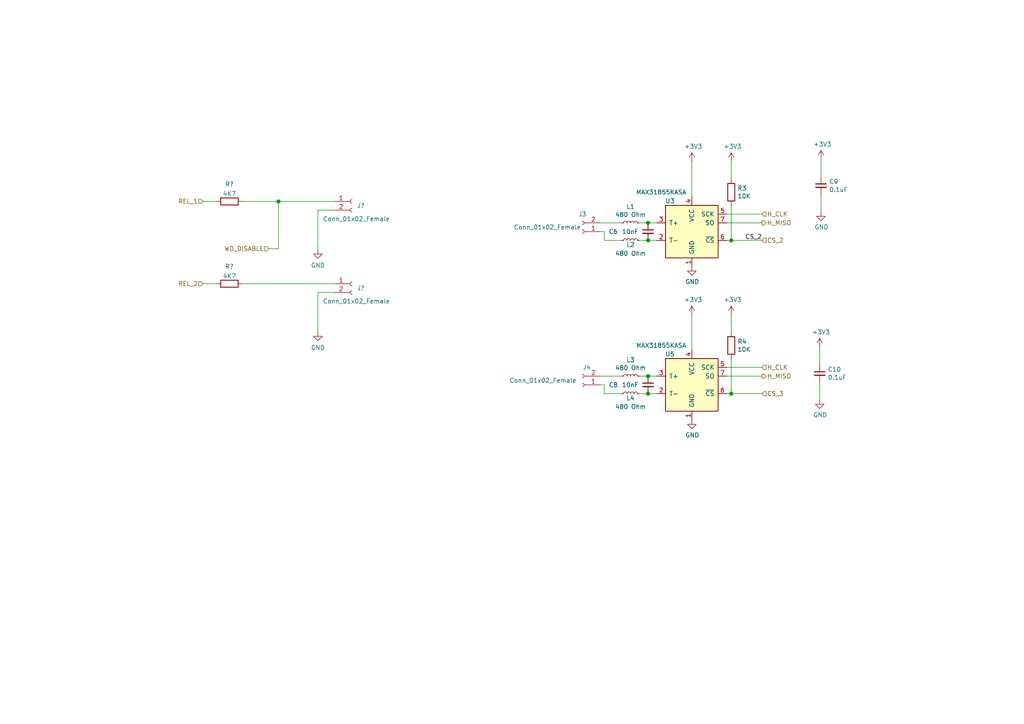
<source format=kicad_sch>
(kicad_sch (version 20210621) (generator eeschema)
  (paper "A4")
  (lib_symbols
    (symbol "Connector:Conn_01x02_Female" (pin_names (offset 1.016) hide)
      (property "Reference" "J" (at 0 2.54 0))
      (property "Value" "Conn_01x02_Female" (at 0 -5.08 0))
      (symbol "Conn_01x02_Female_1_1"
        (arc (start 0 -2.032) (end 0 -3.048) (radius (at 0 -2.54) (length 0.508) (angles 90.1 -90.1)) (stroke (width 0.1524)))
        (arc (start 0 0.508) (end 0 -0.508) (radius (at 0 0) (length 0.508) (angles 90.1 -90.1)) (stroke (width 0.1524)))
        (polyline (pts (xy -1.27 -2.54) (xy -0.508 -2.54)) (stroke (width 0.1524)))
        (polyline (pts (xy -1.27 0) (xy -0.508 0)) (stroke (width 0.1524)))
        (pin passive line (at -5.08 0 0) (length 3.81) (name "Pin_1") (number "1"))
        (pin passive line (at -5.08 -2.54 0) (length 3.81) (name "Pin_2") (number "2"))
      )
    )
    (symbol "Device:C_Small" (pin_numbers hide) (pin_names (offset 0.254) hide)
      (property "Reference" "C" (at 0.254 1.778 0))
      (property "Value" "C_Small" (at 0.254 -2.032 0))
      (symbol "C_Small_0_1"
        (polyline (pts (xy -1.524 -0.508) (xy 1.524 -0.508)) (stroke (width 0.3302)))
        (polyline (pts (xy -1.524 0.508) (xy 1.524 0.508)) (stroke (width 0.3048)))
      )
      (symbol "C_Small_1_1"
        (pin passive line (at 0 2.54 270) (length 2.032) (name "~") (number "1"))
        (pin passive line (at 0 -2.54 90) (length 2.032) (name "~") (number "2"))
      )
    )
    (symbol "Device:L_Small" (pin_numbers hide) (pin_names (offset 0.254) hide)
      (property "Reference" "L" (at 0.762 1.016 0))
      (property "Value" "L_Small" (at 0.762 -1.016 0))
      (symbol "L_Small_0_1"
        (arc (start 0 -2.032) (end 0 -1.016) (radius (at 0 -1.524) (length 0.508) (angles -89.9 89.9)))
        (arc (start 0 -1.016) (end 0 0) (radius (at 0 -0.508) (length 0.508) (angles -89.9 89.9)))
        (arc (start 0 0) (end 0 1.016) (radius (at 0 0.508) (length 0.508) (angles -89.9 89.9)))
        (arc (start 0 1.016) (end 0 2.032) (radius (at 0 1.524) (length 0.508) (angles -89.9 89.9)))
      )
      (symbol "L_Small_1_1"
        (pin passive line (at 0 2.54 270) (length 0.508) (name "~") (number "1"))
        (pin passive line (at 0 -2.54 90) (length 0.508) (name "~") (number "2"))
      )
    )
    (symbol "Device:R" (pin_numbers hide) (pin_names (offset 0))
      (property "Reference" "R" (at 2.032 0 90))
      (property "Value" "R" (at 0 0 90))
      (symbol "R_0_1"
        (rectangle (start -1.016 -2.54) (end 1.016 2.54) (stroke (width 0.254)))
      )
      (symbol "R_1_1"
        (pin passive line (at 0 3.81 270) (length 1.27) (name "~") (number "1"))
        (pin passive line (at 0 -3.81 90) (length 1.27) (name "~") (number "2"))
      )
    )
    (symbol "Pr27-rescue:MAX31855KASA-Sensor_Temperature" (pin_names (offset 1.016))
      (property "Reference" "U" (at -7.62 8.89 0))
      (property "Value" "MAX31855KASA-Sensor_Temperature" (at 1.27 8.89 0))
      (symbol "MAX31855KASA-Sensor_Temperature_0_1"
        (rectangle (start -7.62 7.62) (end 7.62 -7.62) (stroke (width 0.254)) (fill (type background)))
      )
      (symbol "MAX31855KASA-Sensor_Temperature_1_1"
        (pin power_in line (at 0 -10.16 90) (length 2.54) (name "GND") (number "1"))
        (pin passive line (at -10.16 -2.54 0) (length 2.54) (name "T-") (number "2"))
        (pin passive line (at -10.16 2.54 0) (length 2.54) (name "T+") (number "3"))
        (pin power_in line (at 0 10.16 270) (length 2.54) (name "VCC") (number "4"))
        (pin input line (at 10.16 5.08 180) (length 2.54) (name "SCK") (number "5"))
        (pin input line (at 10.16 -2.54 180) (length 2.54) (name "~{CS}") (number "6"))
        (pin output line (at 10.16 2.54 180) (length 2.54) (name "SO") (number "7"))
      )
    )
    (symbol "power:+3.3V" (power) (pin_names (offset 0))
      (property "Value" "+3.3V" (at 0 3.556 0))
      (symbol "+3.3V_0_1"
        (polyline (pts (xy -0.762 1.27) (xy 0 2.54)))
        (polyline (pts (xy 0 0) (xy 0 2.54)))
        (polyline (pts (xy 0 2.54) (xy 0.762 1.27)))
      )
      (symbol "+3.3V_1_1"
        (pin power_in line (at 0 0 90) (length 0) hide (name "+3V3") (number "1"))
      )
    )
    (symbol "power:GND" (power) (pin_names (offset 0))
      (property "Value" "GND" (at 0 -3.81 0))
      (symbol "GND_0_1"
        (polyline (pts (xy 0 0) (xy 0 -1.27) (xy 1.27 -1.27) (xy 0 -2.54) (xy -1.27 -1.27) (xy 0 -1.27)))
      )
      (symbol "GND_1_1"
        (pin power_in line (at 0 0 270) (length 0) hide (name "GND") (number "1"))
      )
    )
  )
  (junction (at 80.772 58.42) (diameter 1.016))
  (junction (at 187.96 64.643) (diameter 1.016))
  (junction (at 187.96 69.723) (diameter 1.016))
  (junction (at 187.96 109.093) (diameter 1.016))
  (junction (at 187.96 114.173) (diameter 1.016))
  (junction (at 212.09 69.723) (diameter 1.016))
  (junction (at 212.09 114.173) (diameter 1.016))
  (wire (pts (xy 58.928 58.42) (xy 62.738 58.42)))
  (wire (pts (xy 58.928 82.296) (xy 62.738 82.296)))
  (wire (pts (xy 70.358 58.42) (xy 80.772 58.42)))
  (wire (pts (xy 70.358 82.296) (xy 97.028 82.296)))
  (wire (pts (xy 77.978 72.136) (xy 80.772 72.136)))
  (wire (pts (xy 80.772 58.42) (xy 80.772 72.136)))
  (wire (pts (xy 80.772 58.42) (xy 97.028 58.42)))
  (wire (pts (xy 92.202 60.96) (xy 92.202 72.39)))
  (wire (pts (xy 92.202 84.836) (xy 92.202 96.266)))
  (wire (pts (xy 97.028 60.96) (xy 92.202 60.96)))
  (wire (pts (xy 97.028 84.836) (xy 92.202 84.836)))
  (wire (pts (xy 173.99 64.643) (xy 180.34 64.643)))
  (wire (pts (xy 173.99 67.183) (xy 175.26 67.183)))
  (wire (pts (xy 173.99 109.093) (xy 180.34 109.093)))
  (wire (pts (xy 173.99 111.633) (xy 175.26 111.633)))
  (wire (pts (xy 175.26 67.183) (xy 175.26 69.723)))
  (wire (pts (xy 175.26 69.723) (xy 180.34 69.723)))
  (wire (pts (xy 175.26 111.633) (xy 175.26 114.173)))
  (wire (pts (xy 175.26 114.173) (xy 180.34 114.173)))
  (wire (pts (xy 185.42 64.643) (xy 187.96 64.643)))
  (wire (pts (xy 185.42 109.093) (xy 187.96 109.093)))
  (wire (pts (xy 187.96 64.643) (xy 190.5 64.643)))
  (wire (pts (xy 187.96 69.723) (xy 185.42 69.723)))
  (wire (pts (xy 187.96 109.093) (xy 190.5 109.093)))
  (wire (pts (xy 187.96 114.173) (xy 185.42 114.173)))
  (wire (pts (xy 190.5 69.723) (xy 187.96 69.723)))
  (wire (pts (xy 190.5 114.173) (xy 187.96 114.173)))
  (wire (pts (xy 200.66 46.863) (xy 200.66 57.023)))
  (wire (pts (xy 200.66 91.313) (xy 200.66 101.473)))
  (wire (pts (xy 210.82 62.103) (xy 220.98 62.103)))
  (wire (pts (xy 210.82 64.643) (xy 220.98 64.643)))
  (wire (pts (xy 210.82 69.723) (xy 212.09 69.723)))
  (wire (pts (xy 210.82 106.553) (xy 220.98 106.553)))
  (wire (pts (xy 210.82 109.093) (xy 220.98 109.093)))
  (wire (pts (xy 210.82 114.173) (xy 212.09 114.173)))
  (wire (pts (xy 212.09 51.943) (xy 212.09 46.863)))
  (wire (pts (xy 212.09 59.563) (xy 212.09 69.723)))
  (wire (pts (xy 212.09 69.723) (xy 220.98 69.723)))
  (wire (pts (xy 212.09 96.393) (xy 212.09 91.313)))
  (wire (pts (xy 212.09 104.013) (xy 212.09 114.173)))
  (wire (pts (xy 212.09 114.173) (xy 220.98 114.173)))
  (wire (pts (xy 237.744 100.711) (xy 237.744 105.791)))
  (wire (pts (xy 237.744 115.951) (xy 237.744 110.871)))
  (wire (pts (xy 238.125 46.228) (xy 238.125 51.308)))
  (wire (pts (xy 238.125 61.468) (xy 238.125 56.388)))
  (label "CS_2" (at 220.98 69.723 180))
  (hierarchical_label "REL_1" (shape input) (at 58.928 58.42 180))
  (hierarchical_label "REL_2" (shape input) (at 58.928 82.296 180))
  (hierarchical_label "WD_DISABLE" (shape input) (at 77.978 72.136 180))
  (hierarchical_label "H_CLK" (shape input) (at 220.98 62.103 0))
  (hierarchical_label "H_MISO" (shape output) (at 220.98 64.643 0))
  (hierarchical_label "CS_2" (shape input) (at 220.98 69.723 0))
  (hierarchical_label "H_CLK" (shape input) (at 220.98 106.553 0))
  (hierarchical_label "H_MISO" (shape output) (at 220.98 109.093 0))
  (hierarchical_label "CS_3" (shape input) (at 220.98 114.173 0))
  (symbol (lib_id "power:+3.3V") (at 200.66 46.863 0) (unit 1)
    (property "Reference" "#PWR0107" (effects hide))
    (property "Value" "+3.3V" (at 201.041 42.4688 0))
  )
  (symbol (lib_id "power:+3.3V") (at 200.66 91.313 0) (unit 1)
    (property "Reference" "#PWR0124" (effects hide))
    (property "Value" "+3.3V" (at 201.041 86.9188 0))
  )
  (symbol (lib_id "power:+3.3V") (at 212.09 46.863 0) (unit 1)
    (property "Reference" "#PWR0108" (effects hide))
    (property "Value" "+3.3V" (at 212.471 42.4688 0))
  )
  (symbol (lib_id "power:+3.3V") (at 212.09 91.313 0) (unit 1)
    (property "Reference" "#PWR0125" (effects hide))
    (property "Value" "+3.3V" (at 212.471 86.9188 0))
  )
  (symbol (lib_id "power:+3.3V") (at 237.744 100.711 0) (unit 1)
    (property "Reference" "#PWR0123" (effects hide))
    (property "Value" "+3.3V" (at 238.125 96.3168 0))
  )
  (symbol (lib_id "power:+3.3V") (at 238.125 46.228 0) (unit 1)
    (property "Reference" "#PWR0106" (effects hide))
    (property "Value" "+3.3V" (at 238.506 41.8338 0))
  )
  (symbol (lib_id "Device:L_Small") (at 182.88 64.643 90) (unit 1)
    (property "Reference" "L1" (at 182.88 59.944 90))
    (property "Value" "480 Ohm" (at 182.88 62.2554 90))
    (property "Footprint" "Inductor_SMD:L_0805_2012Metric" (effects hide))
  )
  (symbol (lib_id "Device:L_Small") (at 182.88 69.723 90) (unit 1)
    (property "Reference" "L2" (at 182.88 70.993 90))
    (property "Value" "480 Ohm" (at 182.88 73.533 90))
    (property "Footprint" "Inductor_SMD:L_0805_2012Metric" (effects hide))
  )
  (symbol (lib_id "Device:L_Small") (at 182.88 109.093 90) (unit 1)
    (property "Reference" "L3" (at 182.88 104.394 90))
    (property "Value" "480 Ohm" (at 182.88 106.7054 90))
    (property "Footprint" "Inductor_SMD:L_0805_2012Metric" (effects hide))
  )
  (symbol (lib_id "Device:L_Small") (at 182.88 114.173 90) (unit 1)
    (property "Reference" "L4" (at 182.88 115.443 90))
    (property "Value" "480 Ohm" (at 182.88 117.983 90))
    (property "Footprint" "Inductor_SMD:L_0805_2012Metric" (effects hide))
  )
  (symbol (lib_id "power:GND") (at 92.202 72.39 0) (unit 1)
    (property "Reference" "#PWR?" (effects hide))
    (property "Value" "GND" (at 92.202 76.9526 0))
  )
  (symbol (lib_id "power:GND") (at 92.202 96.266 0) (unit 1)
    (property "Reference" "#PWR?" (effects hide))
    (property "Value" "GND" (at 92.202 100.8286 0))
  )
  (symbol (lib_id "power:GND") (at 200.66 77.343 0) (unit 1)
    (property "Reference" "#PWR0104" (effects hide))
    (property "Value" "GND" (at 200.787 81.7372 0))
  )
  (symbol (lib_id "power:GND") (at 200.66 121.793 0) (unit 1)
    (property "Reference" "#PWR0121" (effects hide))
    (property "Value" "GND" (at 200.787 126.1872 0))
  )
  (symbol (lib_id "power:GND") (at 237.744 115.951 0) (unit 1)
    (property "Reference" "#PWR0122" (effects hide))
    (property "Value" "GND" (at 237.871 120.3452 0))
  )
  (symbol (lib_id "power:GND") (at 238.125 61.468 0) (unit 1)
    (property "Reference" "#PWR0105" (effects hide))
    (property "Value" "GND" (at 238.252 65.8622 0))
  )
  (symbol (lib_id "Device:R") (at 66.548 58.42 90) (unit 1)
    (property "Reference" "R?" (at 66.548 53.4374 90))
    (property "Value" "4K7" (at 66.548 56.2125 90))
  )
  (symbol (lib_id "Device:R") (at 66.548 82.296 90) (unit 1)
    (property "Reference" "R?" (at 66.548 77.3134 90))
    (property "Value" "4K7" (at 66.548 80.0885 90))
  )
  (symbol (lib_id "Device:R") (at 212.09 55.753 0) (unit 1)
    (property "Reference" "R3" (at 213.868 54.5846 0) (effects (justify left)))
    (property "Value" "10K" (at 213.868 56.896 0) (effects (justify left)))
    (property "Footprint" "Resistor_SMD:R_0805_2012Metric" (effects hide))
  )
  (symbol (lib_id "Device:R") (at 212.09 100.203 0) (unit 1)
    (property "Reference" "R4" (at 213.868 99.0346 0) (effects (justify left)))
    (property "Value" "10K" (at 213.868 101.346 0) (effects (justify left)))
    (property "Footprint" "Resistor_SMD:R_0805_2012Metric" (effects hide))
  )
  (symbol (lib_id "Device:C_Small") (at 187.96 67.183 0) (unit 1)
    (property "Reference" "C6" (at 176.53 67.183 0) (effects (justify left)))
    (property "Value" "10nF" (at 180.34 67.183 0) (effects (justify left)))
    (property "Footprint" "Capacitor_SMD:C_0805_2012Metric" (effects hide))
  )
  (symbol (lib_id "Device:C_Small") (at 187.96 111.633 0) (unit 1)
    (property "Reference" "C8" (at 176.53 111.633 0) (effects (justify left)))
    (property "Value" "10nF" (at 180.34 111.633 0) (effects (justify left)))
    (property "Footprint" "Capacitor_SMD:C_0805_2012Metric" (effects hide))
  )
  (symbol (lib_id "Device:C_Small") (at 237.744 108.331 0) (unit 1)
    (property "Reference" "C10" (at 240.0808 107.1626 0) (effects (justify left)))
    (property "Value" "0.1uF" (at 240.0808 109.474 0) (effects (justify left)))
    (property "Footprint" "Capacitor_SMD:C_0805_2012Metric" (effects hide))
  )
  (symbol (lib_id "Device:C_Small") (at 238.125 53.848 0) (unit 1)
    (property "Reference" "C9" (at 240.4618 52.6796 0) (effects (justify left)))
    (property "Value" "0.1uF" (at 240.4618 54.991 0) (effects (justify left)))
    (property "Footprint" "Capacitor_SMD:C_0805_2012Metric" (effects hide))
  )
  (symbol (lib_id "Connector:Conn_01x02_Female") (at 102.108 58.42 0) (unit 1)
    (property "Reference" "J?" (at 104.648 59.69 0))
    (property "Value" "Conn_01x02_Female" (at 103.378 63.5 0))
    (property "Footprint" "TerminalBlock_GTR:TerminalBlock_NINIGI_1x02_P5.00mm_Horizontal" (effects hide))
  )
  (symbol (lib_id "Connector:Conn_01x02_Female") (at 102.108 82.296 0) (unit 1)
    (property "Reference" "J?" (at 104.648 83.566 0))
    (property "Value" "Conn_01x02_Female" (at 103.378 87.376 0))
    (property "Footprint" "TerminalBlock_GTR:TerminalBlock_NINIGI_1x02_P5.00mm_Horizontal" (effects hide))
  )
  (symbol (lib_id "Connector:Conn_01x02_Female") (at 168.91 67.183 180) (unit 1)
    (property "Reference" "J3" (at 168.91 62.103 0))
    (property "Value" "Conn_01x02_Female" (at 158.75 65.913 0))
    (property "Footprint" "TerminalBlock_GTR:TerminalBlock_NINIGI_1x02_P5.00mm_Horizontal" (effects hide))
  )
  (symbol (lib_id "Connector:Conn_01x02_Female") (at 168.91 111.633 180) (unit 1)
    (property "Reference" "J4" (at 170.18 106.553 0))
    (property "Value" "Conn_01x02_Female" (at 157.48 110.363 0))
    (property "Footprint" "TerminalBlock_GTR:TerminalBlock_NINIGI_1x02_P5.00mm_Horizontal" (effects hide))
  )
  (symbol (lib_id "Pr27-rescue:MAX31855KASA-Sensor_Temperature") (at 200.66 67.183 0) (unit 1)
    (property "Reference" "U3" (at 194.31 58.293 0))
    (property "Value" "MAX31855KASA" (at 191.77 55.753 0))
    (property "Footprint" "Package_SO:SOIC-8_3.9x4.9mm_P1.27mm" (effects hide))
    (property "Datasheet" "http://datasheets.maximintegrated.com/en/ds/MAX31855.pdf" (effects hide))
  )
  (symbol (lib_id "Pr27-rescue:MAX31855KASA-Sensor_Temperature") (at 200.66 111.633 0) (unit 1)
    (property "Reference" "U5" (at 194.31 102.743 0))
    (property "Value" "MAX31855KASA" (at 191.77 100.203 0))
    (property "Footprint" "Package_SO:SOIC-8_3.9x4.9mm_P1.27mm" (effects hide))
    (property "Datasheet" "http://datasheets.maximintegrated.com/en/ds/MAX31855.pdf" (effects hide))
  )
)
</source>
